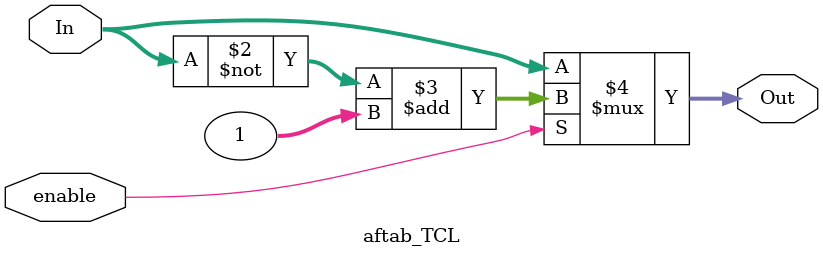
<source format=v>
`timescale 1ns/1ns

module aftab_TCL #(parameter size = 33)(
    input [size-1:0] In,
    output [size-1:0] Out,
    input enable
);

    assign Out = (enable == 1) ? (~{In} + 1) : In;

endmodule
</source>
